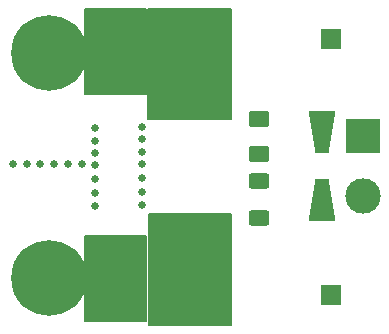
<source format=gbr>
%TF.GenerationSoftware,KiCad,Pcbnew,8.0.1*%
%TF.CreationDate,2024-04-06T18:31:26-05:00*%
%TF.ProjectId,Banana to Screw Terminal,42616e61-6e61-4207-946f-205363726577,2*%
%TF.SameCoordinates,Original*%
%TF.FileFunction,Soldermask,Bot*%
%TF.FilePolarity,Negative*%
%FSLAX46Y46*%
G04 Gerber Fmt 4.6, Leading zero omitted, Abs format (unit mm)*
G04 Created by KiCad (PCBNEW 8.0.1) date 2024-04-06 18:31:26*
%MOMM*%
%LPD*%
G01*
G04 APERTURE LIST*
G04 Aperture macros list*
%AMRoundRect*
0 Rectangle with rounded corners*
0 $1 Rounding radius*
0 $2 $3 $4 $5 $6 $7 $8 $9 X,Y pos of 4 corners*
0 Add a 4 corners polygon primitive as box body*
4,1,4,$2,$3,$4,$5,$6,$7,$8,$9,$2,$3,0*
0 Add four circle primitives for the rounded corners*
1,1,$1+$1,$2,$3*
1,1,$1+$1,$4,$5*
1,1,$1+$1,$6,$7*
1,1,$1+$1,$8,$9*
0 Add four rect primitives between the rounded corners*
20,1,$1+$1,$2,$3,$4,$5,0*
20,1,$1+$1,$4,$5,$6,$7,0*
20,1,$1+$1,$6,$7,$8,$9,0*
20,1,$1+$1,$8,$9,$2,$3,0*%
%AMOutline4P*
0 Free polygon, 4 corners , with rotation*
0 The origin of the aperture is its center*
0 number of corners: always 4*
0 $1 to $8 corner X, Y*
0 $9 Rotation angle, in degrees counterclockwise*
0 create outline with 4 corners*
4,1,4,$1,$2,$3,$4,$5,$6,$7,$8,$1,$2,$9*%
G04 Aperture macros list end*
%ADD10C,0.150000*%
%ADD11R,3.000000X3.000000*%
%ADD12C,3.000000*%
%ADD13C,0.635000*%
%ADD14R,1.700000X1.700000*%
%ADD15C,0.800000*%
%ADD16C,6.400000*%
%ADD17RoundRect,0.250000X0.625000X-0.400000X0.625000X0.400000X-0.625000X0.400000X-0.625000X-0.400000X0*%
%ADD18Outline4P,-1.800000X-1.150000X1.800000X-0.550000X1.800000X0.550000X-1.800000X1.150000X90.000000*%
%ADD19Outline4P,-1.800000X-1.150000X1.800000X-0.550000X1.800000X0.550000X-1.800000X1.150000X270.000000*%
%ADD20RoundRect,0.250001X-0.624999X0.462499X-0.624999X-0.462499X0.624999X-0.462499X0.624999X0.462499X0*%
G04 APERTURE END LIST*
D10*
X132050000Y-86168600D02*
X137249800Y-86168600D01*
X137249800Y-93331400D01*
X132050000Y-93331400D01*
X132050000Y-86168600D01*
G36*
X132050000Y-86168600D02*
G01*
X137249800Y-86168600D01*
X137249800Y-93331400D01*
X132050000Y-93331400D01*
X132050000Y-86168600D01*
G37*
X132075000Y-105368600D02*
X137274800Y-105368600D01*
X137274800Y-112531400D01*
X132075000Y-112531400D01*
X132075000Y-105368600D01*
G36*
X132075000Y-105368600D02*
G01*
X137274800Y-105368600D01*
X137274800Y-112531400D01*
X132075000Y-112531400D01*
X132075000Y-105368600D01*
G37*
X137477600Y-103516000D02*
X144422400Y-103516000D01*
X144422400Y-112925000D01*
X137477600Y-112925000D01*
X137477600Y-103516000D01*
G36*
X137477600Y-103516000D02*
G01*
X144422400Y-103516000D01*
X144422400Y-112925000D01*
X137477600Y-112925000D01*
X137477600Y-103516000D01*
G37*
X137439400Y-86133000D02*
X144424200Y-86133000D01*
X144424200Y-95511000D01*
X137439400Y-95511000D01*
X137439400Y-86133000D01*
G36*
X137439400Y-86133000D02*
G01*
X144424200Y-86133000D01*
X144424200Y-95511000D01*
X137439400Y-95511000D01*
X137439400Y-86133000D01*
G37*
D11*
%TO.C,J1*%
X155575000Y-96901000D03*
D12*
X155575000Y-101981000D03*
%TD*%
D13*
%TO.C,*%
X136890000Y-96122884D03*
%TD*%
%TO.C,REF\u002A\u002A*%
X132891494Y-99346800D03*
%TD*%
D14*
%TO.C,J3*%
X152882600Y-88671400D03*
%TD*%
D13*
%TO.C,REF\u002A\u002A*%
X132891494Y-102853108D03*
%TD*%
D15*
%TO.C,H1*%
X126600138Y-108968250D03*
X127303082Y-107271194D03*
X127303082Y-110665306D03*
X129000138Y-106568250D03*
D16*
X129000138Y-108968250D03*
D15*
X129000138Y-111368250D03*
X130697194Y-107271194D03*
X130697194Y-110665306D03*
X131400138Y-108968250D03*
%TD*%
D13*
%TO.C,REF\u002A\u002A*%
X132891494Y-96228040D03*
%TD*%
%TO.C,REF\u002A\u002A*%
X128300000Y-99290000D03*
%TD*%
%TO.C,REF\u002A\u002A*%
X127138494Y-99290000D03*
%TD*%
%TO.C,REF\u002A\u002A*%
X129461506Y-99290000D03*
%TD*%
D14*
%TO.C,J2*%
X152882600Y-110337600D03*
%TD*%
D13*
%TO.C,REF\u002A\u002A*%
X130623012Y-99290000D03*
%TD*%
%TO.C,REF\u002A\u002A*%
X132891494Y-100580156D03*
%TD*%
%TO.C,REF\u002A\u002A*%
X131784518Y-99290000D03*
%TD*%
%TO.C,*%
X136890000Y-102747952D03*
%TD*%
%TO.C,REF\u002A\u002A*%
X125976988Y-99290000D03*
%TD*%
D15*
%TO.C,H2*%
X126600138Y-89918250D03*
X127303082Y-88221194D03*
X127303082Y-91615306D03*
X129000138Y-87518250D03*
D16*
X129000138Y-89918250D03*
D15*
X129000138Y-92318250D03*
X130697194Y-88221194D03*
X130697194Y-91615306D03*
X131400138Y-89918250D03*
%TD*%
D13*
%TO.C,*%
X136890000Y-97194764D03*
%TD*%
%TO.C,REF\u002A\u002A*%
X132891494Y-97299920D03*
%TD*%
%TO.C,*%
X136890000Y-99313124D03*
%TD*%
%TO.C,*%
X136890000Y-101611476D03*
%TD*%
%TO.C,REF\u002A\u002A*%
X132891494Y-101716632D03*
%TD*%
%TO.C,*%
X136890000Y-98266644D03*
%TD*%
%TO.C,REF\u002A\u002A*%
X132891494Y-98371800D03*
%TD*%
%TO.C,*%
X136890000Y-100475000D03*
%TD*%
D17*
%TO.C,R2*%
X146790000Y-103820000D03*
X146790000Y-100720000D03*
%TD*%
D18*
%TO.C,D3*%
X152146000Y-102341000D03*
D19*
X152146000Y-96541000D03*
%TD*%
D20*
%TO.C,D2*%
X146790000Y-95432500D03*
X146790000Y-98407500D03*
%TD*%
M02*

</source>
